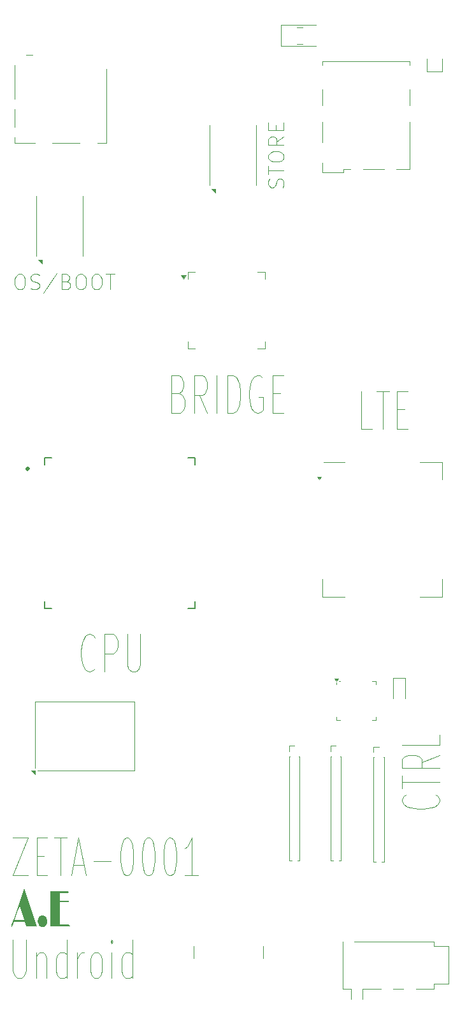
<source format=gbr>
%TF.GenerationSoftware,KiCad,Pcbnew,8.0.2*%
%TF.CreationDate,2024-06-25T08:47:31+02:00*%
%TF.ProjectId,Undroid,556e6472-6f69-4642-9e6b-696361645f70,rev?*%
%TF.SameCoordinates,Original*%
%TF.FileFunction,Legend,Top*%
%TF.FilePolarity,Positive*%
%FSLAX46Y46*%
G04 Gerber Fmt 4.6, Leading zero omitted, Abs format (unit mm)*
G04 Created by KiCad (PCBNEW 8.0.2) date 2024-06-25 08:47:31*
%MOMM*%
%LPD*%
G01*
G04 APERTURE LIST*
%ADD10C,0.100000*%
%ADD11C,0.120000*%
%ADD12C,0.127000*%
%ADD13C,0.300000*%
G04 APERTURE END LIST*
D10*
X126994360Y-138207895D02*
X128994360Y-138207895D01*
X128994360Y-138207895D02*
X126994360Y-143207895D01*
X126994360Y-143207895D02*
X128994360Y-143207895D01*
X130137217Y-140588847D02*
X131137217Y-140588847D01*
X131565789Y-143207895D02*
X130137217Y-143207895D01*
X130137217Y-143207895D02*
X130137217Y-138207895D01*
X130137217Y-138207895D02*
X131565789Y-138207895D01*
X132422932Y-138207895D02*
X134137218Y-138207895D01*
X133280075Y-143207895D02*
X133280075Y-138207895D01*
X134994360Y-141779323D02*
X136422932Y-141779323D01*
X134708646Y-143207895D02*
X135708646Y-138207895D01*
X135708646Y-138207895D02*
X136708646Y-143207895D01*
X137708646Y-141303133D02*
X139994361Y-141303133D01*
X141994361Y-138207895D02*
X142280075Y-138207895D01*
X142280075Y-138207895D02*
X142565789Y-138445990D01*
X142565789Y-138445990D02*
X142708647Y-138684085D01*
X142708647Y-138684085D02*
X142851504Y-139160276D01*
X142851504Y-139160276D02*
X142994361Y-140112657D01*
X142994361Y-140112657D02*
X142994361Y-141303133D01*
X142994361Y-141303133D02*
X142851504Y-142255514D01*
X142851504Y-142255514D02*
X142708647Y-142731704D01*
X142708647Y-142731704D02*
X142565789Y-142969800D01*
X142565789Y-142969800D02*
X142280075Y-143207895D01*
X142280075Y-143207895D02*
X141994361Y-143207895D01*
X141994361Y-143207895D02*
X141708647Y-142969800D01*
X141708647Y-142969800D02*
X141565789Y-142731704D01*
X141565789Y-142731704D02*
X141422932Y-142255514D01*
X141422932Y-142255514D02*
X141280075Y-141303133D01*
X141280075Y-141303133D02*
X141280075Y-140112657D01*
X141280075Y-140112657D02*
X141422932Y-139160276D01*
X141422932Y-139160276D02*
X141565789Y-138684085D01*
X141565789Y-138684085D02*
X141708647Y-138445990D01*
X141708647Y-138445990D02*
X141994361Y-138207895D01*
X144851504Y-138207895D02*
X145137218Y-138207895D01*
X145137218Y-138207895D02*
X145422932Y-138445990D01*
X145422932Y-138445990D02*
X145565790Y-138684085D01*
X145565790Y-138684085D02*
X145708647Y-139160276D01*
X145708647Y-139160276D02*
X145851504Y-140112657D01*
X145851504Y-140112657D02*
X145851504Y-141303133D01*
X145851504Y-141303133D02*
X145708647Y-142255514D01*
X145708647Y-142255514D02*
X145565790Y-142731704D01*
X145565790Y-142731704D02*
X145422932Y-142969800D01*
X145422932Y-142969800D02*
X145137218Y-143207895D01*
X145137218Y-143207895D02*
X144851504Y-143207895D01*
X144851504Y-143207895D02*
X144565790Y-142969800D01*
X144565790Y-142969800D02*
X144422932Y-142731704D01*
X144422932Y-142731704D02*
X144280075Y-142255514D01*
X144280075Y-142255514D02*
X144137218Y-141303133D01*
X144137218Y-141303133D02*
X144137218Y-140112657D01*
X144137218Y-140112657D02*
X144280075Y-139160276D01*
X144280075Y-139160276D02*
X144422932Y-138684085D01*
X144422932Y-138684085D02*
X144565790Y-138445990D01*
X144565790Y-138445990D02*
X144851504Y-138207895D01*
X147708647Y-138207895D02*
X147994361Y-138207895D01*
X147994361Y-138207895D02*
X148280075Y-138445990D01*
X148280075Y-138445990D02*
X148422933Y-138684085D01*
X148422933Y-138684085D02*
X148565790Y-139160276D01*
X148565790Y-139160276D02*
X148708647Y-140112657D01*
X148708647Y-140112657D02*
X148708647Y-141303133D01*
X148708647Y-141303133D02*
X148565790Y-142255514D01*
X148565790Y-142255514D02*
X148422933Y-142731704D01*
X148422933Y-142731704D02*
X148280075Y-142969800D01*
X148280075Y-142969800D02*
X147994361Y-143207895D01*
X147994361Y-143207895D02*
X147708647Y-143207895D01*
X147708647Y-143207895D02*
X147422933Y-142969800D01*
X147422933Y-142969800D02*
X147280075Y-142731704D01*
X147280075Y-142731704D02*
X147137218Y-142255514D01*
X147137218Y-142255514D02*
X146994361Y-141303133D01*
X146994361Y-141303133D02*
X146994361Y-140112657D01*
X146994361Y-140112657D02*
X147137218Y-139160276D01*
X147137218Y-139160276D02*
X147280075Y-138684085D01*
X147280075Y-138684085D02*
X147422933Y-138445990D01*
X147422933Y-138445990D02*
X147708647Y-138207895D01*
X151565790Y-143207895D02*
X149851504Y-143207895D01*
X150708647Y-143207895D02*
X150708647Y-138207895D01*
X150708647Y-138207895D02*
X150422933Y-138922180D01*
X150422933Y-138922180D02*
X150137218Y-139398371D01*
X150137218Y-139398371D02*
X149851504Y-139636466D01*
X126980074Y-151757895D02*
X126980074Y-155805514D01*
X126980074Y-155805514D02*
X127122931Y-156281704D01*
X127122931Y-156281704D02*
X127265789Y-156519800D01*
X127265789Y-156519800D02*
X127551503Y-156757895D01*
X127551503Y-156757895D02*
X128122931Y-156757895D01*
X128122931Y-156757895D02*
X128408646Y-156519800D01*
X128408646Y-156519800D02*
X128551503Y-156281704D01*
X128551503Y-156281704D02*
X128694360Y-155805514D01*
X128694360Y-155805514D02*
X128694360Y-151757895D01*
X130122931Y-153424561D02*
X130122931Y-156757895D01*
X130122931Y-153900752D02*
X130265788Y-153662657D01*
X130265788Y-153662657D02*
X130551503Y-153424561D01*
X130551503Y-153424561D02*
X130980074Y-153424561D01*
X130980074Y-153424561D02*
X131265788Y-153662657D01*
X131265788Y-153662657D02*
X131408646Y-154138847D01*
X131408646Y-154138847D02*
X131408646Y-156757895D01*
X134122932Y-156757895D02*
X134122932Y-151757895D01*
X134122932Y-156519800D02*
X133837217Y-156757895D01*
X133837217Y-156757895D02*
X133265789Y-156757895D01*
X133265789Y-156757895D02*
X132980074Y-156519800D01*
X132980074Y-156519800D02*
X132837217Y-156281704D01*
X132837217Y-156281704D02*
X132694360Y-155805514D01*
X132694360Y-155805514D02*
X132694360Y-154376942D01*
X132694360Y-154376942D02*
X132837217Y-153900752D01*
X132837217Y-153900752D02*
X132980074Y-153662657D01*
X132980074Y-153662657D02*
X133265789Y-153424561D01*
X133265789Y-153424561D02*
X133837217Y-153424561D01*
X133837217Y-153424561D02*
X134122932Y-153662657D01*
X135551503Y-156757895D02*
X135551503Y-153424561D01*
X135551503Y-154376942D02*
X135694360Y-153900752D01*
X135694360Y-153900752D02*
X135837218Y-153662657D01*
X135837218Y-153662657D02*
X136122932Y-153424561D01*
X136122932Y-153424561D02*
X136408646Y-153424561D01*
X137837218Y-156757895D02*
X137551503Y-156519800D01*
X137551503Y-156519800D02*
X137408646Y-156281704D01*
X137408646Y-156281704D02*
X137265789Y-155805514D01*
X137265789Y-155805514D02*
X137265789Y-154376942D01*
X137265789Y-154376942D02*
X137408646Y-153900752D01*
X137408646Y-153900752D02*
X137551503Y-153662657D01*
X137551503Y-153662657D02*
X137837218Y-153424561D01*
X137837218Y-153424561D02*
X138265789Y-153424561D01*
X138265789Y-153424561D02*
X138551503Y-153662657D01*
X138551503Y-153662657D02*
X138694361Y-153900752D01*
X138694361Y-153900752D02*
X138837218Y-154376942D01*
X138837218Y-154376942D02*
X138837218Y-155805514D01*
X138837218Y-155805514D02*
X138694361Y-156281704D01*
X138694361Y-156281704D02*
X138551503Y-156519800D01*
X138551503Y-156519800D02*
X138265789Y-156757895D01*
X138265789Y-156757895D02*
X137837218Y-156757895D01*
X140122932Y-156757895D02*
X140122932Y-153424561D01*
X140122932Y-151757895D02*
X139980075Y-151995990D01*
X139980075Y-151995990D02*
X140122932Y-152234085D01*
X140122932Y-152234085D02*
X140265789Y-151995990D01*
X140265789Y-151995990D02*
X140122932Y-151757895D01*
X140122932Y-151757895D02*
X140122932Y-152234085D01*
X142837218Y-156757895D02*
X142837218Y-151757895D01*
X142837218Y-156519800D02*
X142551503Y-156757895D01*
X142551503Y-156757895D02*
X141980075Y-156757895D01*
X141980075Y-156757895D02*
X141694360Y-156519800D01*
X141694360Y-156519800D02*
X141551503Y-156281704D01*
X141551503Y-156281704D02*
X141408646Y-155805514D01*
X141408646Y-155805514D02*
X141408646Y-154376942D01*
X141408646Y-154376942D02*
X141551503Y-153900752D01*
X141551503Y-153900752D02*
X141694360Y-153662657D01*
X141694360Y-153662657D02*
X141980075Y-153424561D01*
X141980075Y-153424561D02*
X142551503Y-153424561D01*
X142551503Y-153424561D02*
X142837218Y-153662657D01*
X183206704Y-132505639D02*
X183444800Y-132648496D01*
X183444800Y-132648496D02*
X183682895Y-133077068D01*
X183682895Y-133077068D02*
X183682895Y-133362782D01*
X183682895Y-133362782D02*
X183444800Y-133791353D01*
X183444800Y-133791353D02*
X182968609Y-134077068D01*
X182968609Y-134077068D02*
X182492419Y-134219925D01*
X182492419Y-134219925D02*
X181540038Y-134362782D01*
X181540038Y-134362782D02*
X180825752Y-134362782D01*
X180825752Y-134362782D02*
X179873371Y-134219925D01*
X179873371Y-134219925D02*
X179397180Y-134077068D01*
X179397180Y-134077068D02*
X178920990Y-133791353D01*
X178920990Y-133791353D02*
X178682895Y-133362782D01*
X178682895Y-133362782D02*
X178682895Y-133077068D01*
X178682895Y-133077068D02*
X178920990Y-132648496D01*
X178920990Y-132648496D02*
X179159085Y-132505639D01*
X178682895Y-131648496D02*
X178682895Y-129934211D01*
X183682895Y-130791353D02*
X178682895Y-130791353D01*
X183682895Y-127219925D02*
X181301942Y-128219925D01*
X183682895Y-128934211D02*
X178682895Y-128934211D01*
X178682895Y-128934211D02*
X178682895Y-127791354D01*
X178682895Y-127791354D02*
X178920990Y-127505639D01*
X178920990Y-127505639D02*
X179159085Y-127362782D01*
X179159085Y-127362782D02*
X179635276Y-127219925D01*
X179635276Y-127219925D02*
X180349561Y-127219925D01*
X180349561Y-127219925D02*
X180825752Y-127362782D01*
X180825752Y-127362782D02*
X181063847Y-127505639D01*
X181063847Y-127505639D02*
X181301942Y-127791354D01*
X181301942Y-127791354D02*
X181301942Y-128934211D01*
X183682895Y-124505639D02*
X183682895Y-125934211D01*
X183682895Y-125934211D02*
X178682895Y-125934211D01*
X137894360Y-115706704D02*
X137751503Y-115944800D01*
X137751503Y-115944800D02*
X137322931Y-116182895D01*
X137322931Y-116182895D02*
X137037217Y-116182895D01*
X137037217Y-116182895D02*
X136608646Y-115944800D01*
X136608646Y-115944800D02*
X136322931Y-115468609D01*
X136322931Y-115468609D02*
X136180074Y-114992419D01*
X136180074Y-114992419D02*
X136037217Y-114040038D01*
X136037217Y-114040038D02*
X136037217Y-113325752D01*
X136037217Y-113325752D02*
X136180074Y-112373371D01*
X136180074Y-112373371D02*
X136322931Y-111897180D01*
X136322931Y-111897180D02*
X136608646Y-111420990D01*
X136608646Y-111420990D02*
X137037217Y-111182895D01*
X137037217Y-111182895D02*
X137322931Y-111182895D01*
X137322931Y-111182895D02*
X137751503Y-111420990D01*
X137751503Y-111420990D02*
X137894360Y-111659085D01*
X139180074Y-116182895D02*
X139180074Y-111182895D01*
X139180074Y-111182895D02*
X140322931Y-111182895D01*
X140322931Y-111182895D02*
X140608646Y-111420990D01*
X140608646Y-111420990D02*
X140751503Y-111659085D01*
X140751503Y-111659085D02*
X140894360Y-112135276D01*
X140894360Y-112135276D02*
X140894360Y-112849561D01*
X140894360Y-112849561D02*
X140751503Y-113325752D01*
X140751503Y-113325752D02*
X140608646Y-113563847D01*
X140608646Y-113563847D02*
X140322931Y-113801942D01*
X140322931Y-113801942D02*
X139180074Y-113801942D01*
X142180074Y-111182895D02*
X142180074Y-115230514D01*
X142180074Y-115230514D02*
X142322931Y-115706704D01*
X142322931Y-115706704D02*
X142465789Y-115944800D01*
X142465789Y-115944800D02*
X142751503Y-116182895D01*
X142751503Y-116182895D02*
X143322931Y-116182895D01*
X143322931Y-116182895D02*
X143608646Y-115944800D01*
X143608646Y-115944800D02*
X143751503Y-115706704D01*
X143751503Y-115706704D02*
X143894360Y-115230514D01*
X143894360Y-115230514D02*
X143894360Y-111182895D01*
X149080074Y-79263847D02*
X149508646Y-79501942D01*
X149508646Y-79501942D02*
X149651503Y-79740038D01*
X149651503Y-79740038D02*
X149794360Y-80216228D01*
X149794360Y-80216228D02*
X149794360Y-80930514D01*
X149794360Y-80930514D02*
X149651503Y-81406704D01*
X149651503Y-81406704D02*
X149508646Y-81644800D01*
X149508646Y-81644800D02*
X149222931Y-81882895D01*
X149222931Y-81882895D02*
X148080074Y-81882895D01*
X148080074Y-81882895D02*
X148080074Y-76882895D01*
X148080074Y-76882895D02*
X149080074Y-76882895D01*
X149080074Y-76882895D02*
X149365789Y-77120990D01*
X149365789Y-77120990D02*
X149508646Y-77359085D01*
X149508646Y-77359085D02*
X149651503Y-77835276D01*
X149651503Y-77835276D02*
X149651503Y-78311466D01*
X149651503Y-78311466D02*
X149508646Y-78787657D01*
X149508646Y-78787657D02*
X149365789Y-79025752D01*
X149365789Y-79025752D02*
X149080074Y-79263847D01*
X149080074Y-79263847D02*
X148080074Y-79263847D01*
X152794360Y-81882895D02*
X151794360Y-79501942D01*
X151080074Y-81882895D02*
X151080074Y-76882895D01*
X151080074Y-76882895D02*
X152222931Y-76882895D01*
X152222931Y-76882895D02*
X152508646Y-77120990D01*
X152508646Y-77120990D02*
X152651503Y-77359085D01*
X152651503Y-77359085D02*
X152794360Y-77835276D01*
X152794360Y-77835276D02*
X152794360Y-78549561D01*
X152794360Y-78549561D02*
X152651503Y-79025752D01*
X152651503Y-79025752D02*
X152508646Y-79263847D01*
X152508646Y-79263847D02*
X152222931Y-79501942D01*
X152222931Y-79501942D02*
X151080074Y-79501942D01*
X154080074Y-81882895D02*
X154080074Y-76882895D01*
X155508645Y-81882895D02*
X155508645Y-76882895D01*
X155508645Y-76882895D02*
X156222931Y-76882895D01*
X156222931Y-76882895D02*
X156651502Y-77120990D01*
X156651502Y-77120990D02*
X156937217Y-77597180D01*
X156937217Y-77597180D02*
X157080074Y-78073371D01*
X157080074Y-78073371D02*
X157222931Y-79025752D01*
X157222931Y-79025752D02*
X157222931Y-79740038D01*
X157222931Y-79740038D02*
X157080074Y-80692419D01*
X157080074Y-80692419D02*
X156937217Y-81168609D01*
X156937217Y-81168609D02*
X156651502Y-81644800D01*
X156651502Y-81644800D02*
X156222931Y-81882895D01*
X156222931Y-81882895D02*
X155508645Y-81882895D01*
X160080074Y-77120990D02*
X159794360Y-76882895D01*
X159794360Y-76882895D02*
X159365788Y-76882895D01*
X159365788Y-76882895D02*
X158937217Y-77120990D01*
X158937217Y-77120990D02*
X158651502Y-77597180D01*
X158651502Y-77597180D02*
X158508645Y-78073371D01*
X158508645Y-78073371D02*
X158365788Y-79025752D01*
X158365788Y-79025752D02*
X158365788Y-79740038D01*
X158365788Y-79740038D02*
X158508645Y-80692419D01*
X158508645Y-80692419D02*
X158651502Y-81168609D01*
X158651502Y-81168609D02*
X158937217Y-81644800D01*
X158937217Y-81644800D02*
X159365788Y-81882895D01*
X159365788Y-81882895D02*
X159651502Y-81882895D01*
X159651502Y-81882895D02*
X160080074Y-81644800D01*
X160080074Y-81644800D02*
X160222931Y-81406704D01*
X160222931Y-81406704D02*
X160222931Y-79740038D01*
X160222931Y-79740038D02*
X159651502Y-79740038D01*
X161508645Y-79263847D02*
X162508645Y-79263847D01*
X162937217Y-81882895D02*
X161508645Y-81882895D01*
X161508645Y-81882895D02*
X161508645Y-76882895D01*
X161508645Y-76882895D02*
X162937217Y-76882895D01*
G36*
X130148569Y-149950000D02*
G01*
X128720481Y-149950000D01*
X128524842Y-149324738D01*
X127832414Y-149324738D01*
X127222784Y-149321074D01*
X127119469Y-149318632D01*
X126983914Y-149744836D01*
X126909980Y-149959655D01*
X126899651Y-149981751D01*
X126841765Y-150028157D01*
X126771423Y-149925575D01*
X126811723Y-149758269D01*
X126885414Y-149542586D01*
X126962030Y-149322577D01*
X127035961Y-149111388D01*
X127043374Y-149090265D01*
X127210327Y-149090265D01*
X127828750Y-149090265D01*
X128448639Y-149090265D01*
X127859525Y-147253558D01*
X127499023Y-148261060D01*
X127210327Y-149090265D01*
X127043374Y-149090265D01*
X127093091Y-148948604D01*
X128339462Y-145415631D01*
X128499930Y-144947906D01*
X130148569Y-149950000D01*
G37*
G36*
X130909874Y-148465003D02*
G01*
X131070702Y-148485277D01*
X131223480Y-148554412D01*
X131350976Y-148672609D01*
X131459143Y-148863677D01*
X131512165Y-149101504D01*
X131518039Y-149227041D01*
X131494236Y-149475023D01*
X131414730Y-149701812D01*
X131348778Y-149805896D01*
X131220881Y-149932437D01*
X131068913Y-150006452D01*
X130909874Y-150028157D01*
X130750872Y-150007931D01*
X130597394Y-149936823D01*
X130458404Y-149797766D01*
X130401360Y-149704535D01*
X130324177Y-149485494D01*
X130302442Y-149262456D01*
X130325626Y-149014015D01*
X130403067Y-148789832D01*
X130467306Y-148688485D01*
X130593983Y-148564555D01*
X130747328Y-148489976D01*
X130909874Y-148465003D01*
G37*
G36*
X133225296Y-146745533D02*
G01*
X133221329Y-146996149D01*
X133220900Y-147131437D01*
X133220900Y-147337822D01*
X133234822Y-149715526D01*
X133933845Y-149715526D01*
X134428436Y-149715526D01*
X134550069Y-149832763D01*
X134488520Y-149943893D01*
X134336107Y-149949546D01*
X134317062Y-149950000D01*
X131975994Y-149950000D01*
X131978192Y-149771702D01*
X131980390Y-148623761D01*
X131988450Y-147393998D01*
X131971598Y-145260537D01*
X134155861Y-145260537D01*
X134304788Y-145266032D01*
X134322923Y-145270307D01*
X134370551Y-145381437D01*
X134279692Y-145495010D01*
X134265771Y-145495010D01*
X133233356Y-145495010D01*
X133224563Y-146511060D01*
X133449511Y-146513503D01*
X134170516Y-146511060D01*
X134329518Y-146511060D01*
X134443824Y-146533042D01*
X134471667Y-146622191D01*
X134343765Y-146745413D01*
X134335380Y-146745533D01*
X134172714Y-146745533D01*
X133225296Y-146745533D01*
G37*
X174733646Y-84007895D02*
X173305074Y-84007895D01*
X173305074Y-84007895D02*
X173305074Y-79007895D01*
X175305074Y-79007895D02*
X177019360Y-79007895D01*
X176162217Y-84007895D02*
X176162217Y-79007895D01*
X178019359Y-81388847D02*
X179019359Y-81388847D01*
X179447931Y-84007895D02*
X178019359Y-84007895D01*
X178019359Y-84007895D02*
X178019359Y-79007895D01*
X178019359Y-79007895D02*
X179447931Y-79007895D01*
X127722931Y-63450038D02*
X128103884Y-63450038D01*
X128103884Y-63450038D02*
X128294360Y-63545276D01*
X128294360Y-63545276D02*
X128484836Y-63735752D01*
X128484836Y-63735752D02*
X128580074Y-64116704D01*
X128580074Y-64116704D02*
X128580074Y-64783371D01*
X128580074Y-64783371D02*
X128484836Y-65164323D01*
X128484836Y-65164323D02*
X128294360Y-65354800D01*
X128294360Y-65354800D02*
X128103884Y-65450038D01*
X128103884Y-65450038D02*
X127722931Y-65450038D01*
X127722931Y-65450038D02*
X127532455Y-65354800D01*
X127532455Y-65354800D02*
X127341979Y-65164323D01*
X127341979Y-65164323D02*
X127246741Y-64783371D01*
X127246741Y-64783371D02*
X127246741Y-64116704D01*
X127246741Y-64116704D02*
X127341979Y-63735752D01*
X127341979Y-63735752D02*
X127532455Y-63545276D01*
X127532455Y-63545276D02*
X127722931Y-63450038D01*
X129341979Y-65354800D02*
X129627693Y-65450038D01*
X129627693Y-65450038D02*
X130103884Y-65450038D01*
X130103884Y-65450038D02*
X130294360Y-65354800D01*
X130294360Y-65354800D02*
X130389598Y-65259561D01*
X130389598Y-65259561D02*
X130484836Y-65069085D01*
X130484836Y-65069085D02*
X130484836Y-64878609D01*
X130484836Y-64878609D02*
X130389598Y-64688133D01*
X130389598Y-64688133D02*
X130294360Y-64592895D01*
X130294360Y-64592895D02*
X130103884Y-64497657D01*
X130103884Y-64497657D02*
X129722931Y-64402419D01*
X129722931Y-64402419D02*
X129532455Y-64307180D01*
X129532455Y-64307180D02*
X129437217Y-64211942D01*
X129437217Y-64211942D02*
X129341979Y-64021466D01*
X129341979Y-64021466D02*
X129341979Y-63830990D01*
X129341979Y-63830990D02*
X129437217Y-63640514D01*
X129437217Y-63640514D02*
X129532455Y-63545276D01*
X129532455Y-63545276D02*
X129722931Y-63450038D01*
X129722931Y-63450038D02*
X130199122Y-63450038D01*
X130199122Y-63450038D02*
X130484836Y-63545276D01*
X132770550Y-63354800D02*
X131056265Y-65926228D01*
X134103884Y-64402419D02*
X134389598Y-64497657D01*
X134389598Y-64497657D02*
X134484836Y-64592895D01*
X134484836Y-64592895D02*
X134580074Y-64783371D01*
X134580074Y-64783371D02*
X134580074Y-65069085D01*
X134580074Y-65069085D02*
X134484836Y-65259561D01*
X134484836Y-65259561D02*
X134389598Y-65354800D01*
X134389598Y-65354800D02*
X134199122Y-65450038D01*
X134199122Y-65450038D02*
X133437217Y-65450038D01*
X133437217Y-65450038D02*
X133437217Y-63450038D01*
X133437217Y-63450038D02*
X134103884Y-63450038D01*
X134103884Y-63450038D02*
X134294360Y-63545276D01*
X134294360Y-63545276D02*
X134389598Y-63640514D01*
X134389598Y-63640514D02*
X134484836Y-63830990D01*
X134484836Y-63830990D02*
X134484836Y-64021466D01*
X134484836Y-64021466D02*
X134389598Y-64211942D01*
X134389598Y-64211942D02*
X134294360Y-64307180D01*
X134294360Y-64307180D02*
X134103884Y-64402419D01*
X134103884Y-64402419D02*
X133437217Y-64402419D01*
X135818169Y-63450038D02*
X136199122Y-63450038D01*
X136199122Y-63450038D02*
X136389598Y-63545276D01*
X136389598Y-63545276D02*
X136580074Y-63735752D01*
X136580074Y-63735752D02*
X136675312Y-64116704D01*
X136675312Y-64116704D02*
X136675312Y-64783371D01*
X136675312Y-64783371D02*
X136580074Y-65164323D01*
X136580074Y-65164323D02*
X136389598Y-65354800D01*
X136389598Y-65354800D02*
X136199122Y-65450038D01*
X136199122Y-65450038D02*
X135818169Y-65450038D01*
X135818169Y-65450038D02*
X135627693Y-65354800D01*
X135627693Y-65354800D02*
X135437217Y-65164323D01*
X135437217Y-65164323D02*
X135341979Y-64783371D01*
X135341979Y-64783371D02*
X135341979Y-64116704D01*
X135341979Y-64116704D02*
X135437217Y-63735752D01*
X135437217Y-63735752D02*
X135627693Y-63545276D01*
X135627693Y-63545276D02*
X135818169Y-63450038D01*
X137913407Y-63450038D02*
X138294360Y-63450038D01*
X138294360Y-63450038D02*
X138484836Y-63545276D01*
X138484836Y-63545276D02*
X138675312Y-63735752D01*
X138675312Y-63735752D02*
X138770550Y-64116704D01*
X138770550Y-64116704D02*
X138770550Y-64783371D01*
X138770550Y-64783371D02*
X138675312Y-65164323D01*
X138675312Y-65164323D02*
X138484836Y-65354800D01*
X138484836Y-65354800D02*
X138294360Y-65450038D01*
X138294360Y-65450038D02*
X137913407Y-65450038D01*
X137913407Y-65450038D02*
X137722931Y-65354800D01*
X137722931Y-65354800D02*
X137532455Y-65164323D01*
X137532455Y-65164323D02*
X137437217Y-64783371D01*
X137437217Y-64783371D02*
X137437217Y-64116704D01*
X137437217Y-64116704D02*
X137532455Y-63735752D01*
X137532455Y-63735752D02*
X137722931Y-63545276D01*
X137722931Y-63545276D02*
X137913407Y-63450038D01*
X139341979Y-63450038D02*
X140484836Y-63450038D01*
X139913407Y-65450038D02*
X139913407Y-63450038D01*
X162854800Y-51953258D02*
X162950038Y-51667544D01*
X162950038Y-51667544D02*
X162950038Y-51191353D01*
X162950038Y-51191353D02*
X162854800Y-51000877D01*
X162854800Y-51000877D02*
X162759561Y-50905639D01*
X162759561Y-50905639D02*
X162569085Y-50810401D01*
X162569085Y-50810401D02*
X162378609Y-50810401D01*
X162378609Y-50810401D02*
X162188133Y-50905639D01*
X162188133Y-50905639D02*
X162092895Y-51000877D01*
X162092895Y-51000877D02*
X161997657Y-51191353D01*
X161997657Y-51191353D02*
X161902419Y-51572306D01*
X161902419Y-51572306D02*
X161807180Y-51762782D01*
X161807180Y-51762782D02*
X161711942Y-51858020D01*
X161711942Y-51858020D02*
X161521466Y-51953258D01*
X161521466Y-51953258D02*
X161330990Y-51953258D01*
X161330990Y-51953258D02*
X161140514Y-51858020D01*
X161140514Y-51858020D02*
X161045276Y-51762782D01*
X161045276Y-51762782D02*
X160950038Y-51572306D01*
X160950038Y-51572306D02*
X160950038Y-51096115D01*
X160950038Y-51096115D02*
X161045276Y-50810401D01*
X160950038Y-50238972D02*
X160950038Y-49096115D01*
X162950038Y-49667544D02*
X160950038Y-49667544D01*
X160950038Y-48048496D02*
X160950038Y-47667543D01*
X160950038Y-47667543D02*
X161045276Y-47477067D01*
X161045276Y-47477067D02*
X161235752Y-47286591D01*
X161235752Y-47286591D02*
X161616704Y-47191353D01*
X161616704Y-47191353D02*
X162283371Y-47191353D01*
X162283371Y-47191353D02*
X162664323Y-47286591D01*
X162664323Y-47286591D02*
X162854800Y-47477067D01*
X162854800Y-47477067D02*
X162950038Y-47667543D01*
X162950038Y-47667543D02*
X162950038Y-48048496D01*
X162950038Y-48048496D02*
X162854800Y-48238972D01*
X162854800Y-48238972D02*
X162664323Y-48429448D01*
X162664323Y-48429448D02*
X162283371Y-48524686D01*
X162283371Y-48524686D02*
X161616704Y-48524686D01*
X161616704Y-48524686D02*
X161235752Y-48429448D01*
X161235752Y-48429448D02*
X161045276Y-48238972D01*
X161045276Y-48238972D02*
X160950038Y-48048496D01*
X162950038Y-45191353D02*
X161997657Y-45858020D01*
X162950038Y-46334210D02*
X160950038Y-46334210D01*
X160950038Y-46334210D02*
X160950038Y-45572305D01*
X160950038Y-45572305D02*
X161045276Y-45381829D01*
X161045276Y-45381829D02*
X161140514Y-45286591D01*
X161140514Y-45286591D02*
X161330990Y-45191353D01*
X161330990Y-45191353D02*
X161616704Y-45191353D01*
X161616704Y-45191353D02*
X161807180Y-45286591D01*
X161807180Y-45286591D02*
X161902419Y-45381829D01*
X161902419Y-45381829D02*
X161997657Y-45572305D01*
X161997657Y-45572305D02*
X161997657Y-46334210D01*
X161902419Y-44334210D02*
X161902419Y-43667543D01*
X162950038Y-43381829D02*
X162950038Y-44334210D01*
X162950038Y-44334210D02*
X160950038Y-44334210D01*
X160950038Y-44334210D02*
X160950038Y-43381829D01*
D11*
%TO.C,D1*%
X162600000Y-30400000D02*
X162600000Y-33200000D01*
X162600000Y-33200000D02*
X167300000Y-33200000D01*
X165450000Y-30700000D02*
X164750000Y-30700000D01*
X165450000Y-32900000D02*
X164750000Y-32900000D01*
X167300000Y-30400000D02*
X162600000Y-30400000D01*
%TO.C,MBCI_VIDEO1*%
X174905000Y-126115000D02*
X175600000Y-126115000D01*
X174905000Y-126800000D02*
X174905000Y-126115000D01*
X174905000Y-127485000D02*
X174905000Y-141360000D01*
X174905000Y-127485000D02*
X174991724Y-127485000D01*
X174905000Y-141360000D02*
X175205507Y-141360000D01*
X175994493Y-141360000D02*
X176295000Y-141360000D01*
X176208276Y-127485000D02*
X176295000Y-127485000D01*
X176295000Y-127485000D02*
X176295000Y-141360000D01*
%TO.C,SIM_SLOT_1*%
X168085500Y-35722500D02*
X168085500Y-35214500D01*
X168085500Y-41056500D02*
X168085500Y-38961000D01*
X168085500Y-45946000D02*
X168085500Y-43300000D01*
X168085500Y-49946500D02*
X168085500Y-48676500D01*
X170879500Y-49946500D02*
X168085500Y-49946500D01*
X170879500Y-49946500D02*
X170879500Y-49502000D01*
X171832000Y-49500000D02*
X170879500Y-49500000D01*
X176277000Y-49502000D02*
X173483000Y-49500000D01*
X179700000Y-35214500D02*
X168085500Y-35214500D01*
X179700000Y-35214500D02*
X179700000Y-35722500D01*
X179706000Y-38961000D02*
X179706000Y-41056500D01*
X179706000Y-43300000D02*
X179706000Y-49500000D01*
X179706000Y-49500000D02*
X177928000Y-49500000D01*
%TO.C,MBCI_IO1*%
X163705000Y-126015000D02*
X164400000Y-126015000D01*
X163705000Y-126700000D02*
X163705000Y-126015000D01*
X163705000Y-127385000D02*
X163705000Y-141260000D01*
X163705000Y-127385000D02*
X163791724Y-127385000D01*
X163705000Y-141260000D02*
X164005507Y-141260000D01*
X164794493Y-141260000D02*
X165095000Y-141260000D01*
X165008276Y-127385000D02*
X165095000Y-127385000D01*
X165095000Y-127385000D02*
X165095000Y-141260000D01*
%TO.C,ANT1*%
X181990000Y-36610000D02*
X181990000Y-34850000D01*
X184010000Y-34850000D02*
X184010000Y-36610000D01*
X184010000Y-36610000D02*
X181990000Y-36610000D01*
%TO.C,MBCI_NETWORK1*%
X169205000Y-126015000D02*
X169900000Y-126015000D01*
X169205000Y-126700000D02*
X169205000Y-126015000D01*
X169205000Y-127385000D02*
X169205000Y-141260000D01*
X169205000Y-127385000D02*
X169291724Y-127385000D01*
X169205000Y-141260000D02*
X169505507Y-141260000D01*
X170294493Y-141260000D02*
X170595000Y-141260000D01*
X170508276Y-127385000D02*
X170595000Y-127385000D01*
X170595000Y-127385000D02*
X170595000Y-141260000D01*
%TO.C,JACK_PORT1*%
X170800000Y-152000000D02*
X170800000Y-158200000D01*
X171925000Y-158200000D02*
X170800000Y-158200000D01*
X171925000Y-158200000D02*
X171925000Y-159600000D01*
X172375000Y-152000000D02*
X182900000Y-152000000D01*
X173475000Y-158200000D02*
X173475000Y-159600000D01*
X175875000Y-158200000D02*
X173475000Y-158200000D01*
X178875000Y-158200000D02*
X177525000Y-158200000D01*
X182900000Y-152600000D02*
X182900000Y-152000000D01*
X182900000Y-152600000D02*
X184900000Y-152600000D01*
X182900000Y-157600000D02*
X184900000Y-157600000D01*
X182900000Y-158200000D02*
X180525000Y-158200000D01*
X182900000Y-158200000D02*
X182900000Y-157600000D01*
X184900000Y-157600000D02*
X184900000Y-152600000D01*
%TO.C,BRIDGE_CHIP1*%
X150240000Y-63115000D02*
X150240000Y-64065000D01*
X150240000Y-73335000D02*
X150240000Y-72385000D01*
X151190000Y-63115000D02*
X150240000Y-63115000D01*
X151190000Y-73335000D02*
X150240000Y-73335000D01*
X159510000Y-63115000D02*
X160460000Y-63115000D01*
X159510000Y-73335000D02*
X160460000Y-73335000D01*
X160460000Y-63115000D02*
X160460000Y-64065000D01*
X160460000Y-73335000D02*
X160460000Y-72385000D01*
X149625000Y-64065000D02*
X149285000Y-63595000D01*
X149965000Y-63595000D01*
X149625000Y-64065000D01*
G36*
X149625000Y-64065000D02*
G01*
X149285000Y-63595000D01*
X149965000Y-63595000D01*
X149625000Y-64065000D01*
G37*
%TO.C,SD_SLOT_1*%
X127230000Y-35750000D02*
X127230000Y-40200000D01*
X127230000Y-41600000D02*
X127230000Y-43900000D01*
X127230000Y-45300000D02*
X127230000Y-46020000D01*
X127230000Y-46020000D02*
X129910000Y-46020000D01*
X128710000Y-34380000D02*
X129570000Y-34380000D01*
X132210000Y-46020000D02*
X135880000Y-46020000D01*
X138180000Y-46020000D02*
X139410000Y-46020000D01*
X139410000Y-46020000D02*
X139410000Y-36200000D01*
%TO.C,POWER_USB_C1*%
X151025000Y-152557500D02*
X151025000Y-154187500D01*
X160225000Y-152557500D02*
X160225000Y-154187500D01*
%TO.C,C1*%
X177515000Y-116990000D02*
X177515000Y-119700000D01*
X179085000Y-116990000D02*
X177515000Y-116990000D01*
X179085000Y-119700000D02*
X179085000Y-116990000D01*
%TO.C,FLASH_MEM_MASS1*%
X153085000Y-51650000D02*
X153085000Y-43650000D01*
X159305000Y-51650000D02*
X159305000Y-43650000D01*
X153845000Y-52620000D02*
X153365000Y-52140000D01*
X153845000Y-52140000D01*
X153845000Y-52620000D01*
G36*
X153845000Y-52620000D02*
G01*
X153365000Y-52140000D01*
X153845000Y-52140000D01*
X153845000Y-52620000D01*
G37*
D12*
%TO.C,CPU_1*%
X131200000Y-87800000D02*
X131200000Y-88730000D01*
X131200000Y-87800000D02*
X132130000Y-87800000D01*
X131200000Y-107800000D02*
X131200000Y-106870000D01*
X131200000Y-107800000D02*
X132130000Y-107800000D01*
X151200000Y-87800000D02*
X150270000Y-87800000D01*
X151200000Y-87800000D02*
X151200000Y-88730000D01*
X151200000Y-107800000D02*
X150270000Y-107800000D01*
X151200000Y-107800000D02*
X151200000Y-106870000D01*
D13*
X129082100Y-89254640D02*
G75*
G02*
X128782100Y-89254640I-150000J0D01*
G01*
X128782100Y-89254640D02*
G75*
G02*
X129082100Y-89254640I150000J0D01*
G01*
D11*
%TO.C,FLASH_MEM_OS1*%
X130055000Y-61050000D02*
X130055000Y-53050000D01*
X136275000Y-61050000D02*
X136275000Y-53050000D01*
X130815000Y-62020000D02*
X130335000Y-61540000D01*
X130815000Y-61540000D01*
X130815000Y-62020000D01*
G36*
X130815000Y-62020000D02*
G01*
X130335000Y-61540000D01*
X130815000Y-61540000D01*
X130815000Y-62020000D01*
G37*
%TO.C,MBCI_0*%
X169990000Y-117865000D02*
X169990000Y-117630000D01*
X169990000Y-122610000D02*
X169990000Y-122135000D01*
X170465000Y-117390000D02*
X170290000Y-117390000D01*
X170465000Y-122610000D02*
X169990000Y-122610000D01*
X174735000Y-117390000D02*
X175210000Y-117390000D01*
X174735000Y-122610000D02*
X175210000Y-122610000D01*
X175210000Y-117390000D02*
X175210000Y-117865000D01*
X175210000Y-122610000D02*
X175210000Y-122135000D01*
X169990000Y-117390000D02*
X169750000Y-117060000D01*
X170230000Y-117060000D01*
X169990000Y-117390000D01*
G36*
X169990000Y-117390000D02*
G01*
X169750000Y-117060000D01*
X170230000Y-117060000D01*
X169990000Y-117390000D01*
G37*
%TO.C,SIM_CHIP1*%
X168140000Y-106210000D02*
X168140000Y-103900000D01*
X168140000Y-106210000D02*
X171100000Y-106210000D01*
X168250000Y-88390000D02*
X171100000Y-88390000D01*
X184060000Y-88390000D02*
X181100000Y-88390000D01*
X184060000Y-88390000D02*
X184060000Y-90700000D01*
X184060000Y-106210000D02*
X181100000Y-106210000D01*
X184060000Y-106210000D02*
X184060000Y-103900000D01*
X167690000Y-90660000D02*
X167450000Y-90330000D01*
X167930000Y-90330000D01*
X167690000Y-90660000D01*
G36*
X167690000Y-90660000D02*
G01*
X167450000Y-90330000D01*
X167930000Y-90330000D01*
X167690000Y-90660000D01*
G37*
%TO.C,DDR_RAM1*%
X129900000Y-120100000D02*
X129900000Y-128980000D01*
X130220000Y-129300000D02*
X143100000Y-129300000D01*
X143100000Y-120100000D02*
X129900000Y-120100000D01*
X143100000Y-129300000D02*
X143100000Y-120100000D01*
X129900000Y-129800000D02*
X129400000Y-129300000D01*
X129900000Y-129300000D01*
X129900000Y-129800000D01*
G36*
X129900000Y-129800000D02*
G01*
X129400000Y-129300000D01*
X129900000Y-129300000D01*
X129900000Y-129800000D01*
G37*
%TD*%
M02*

</source>
